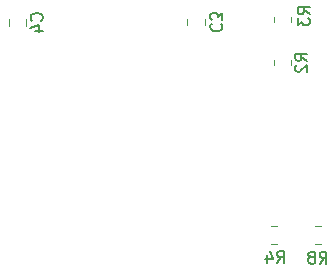
<source format=gbr>
%TF.GenerationSoftware,KiCad,Pcbnew,5.1.9+dfsg1-1*%
%TF.CreationDate,2021-05-21T09:37:11+02:00*%
%TF.ProjectId,vscp-din-m1-wireless-p1,76736370-2d64-4696-9e2d-6d312d776972,rev?*%
%TF.SameCoordinates,Original*%
%TF.FileFunction,Legend,Bot*%
%TF.FilePolarity,Positive*%
%FSLAX46Y46*%
G04 Gerber Fmt 4.6, Leading zero omitted, Abs format (unit mm)*
G04 Created by KiCad (PCBNEW 5.1.9+dfsg1-1) date 2021-05-21 09:37:11*
%MOMM*%
%LPD*%
G01*
G04 APERTURE LIST*
%ADD10C,0.120000*%
%ADD11C,0.150000*%
G04 APERTURE END LIST*
D10*
%TO.C,R8*%
X114657136Y-89917600D02*
X115111264Y-89917600D01*
X114657136Y-91387600D02*
X115111264Y-91387600D01*
%TO.C,R4*%
X111411652Y-91387600D02*
X110889148Y-91387600D01*
X111411652Y-89917600D02*
X110889148Y-89917600D01*
%TO.C,R3*%
X112596600Y-72188336D02*
X112596600Y-72642464D01*
X111126600Y-72188336D02*
X111126600Y-72642464D01*
%TO.C,R2*%
X111126600Y-76300064D02*
X111126600Y-75845936D01*
X112596600Y-76300064D02*
X112596600Y-75845936D01*
%TO.C,C4*%
X88698400Y-72930652D02*
X88698400Y-72408148D01*
X90168400Y-72930652D02*
X90168400Y-72408148D01*
%TO.C,C3*%
X103811400Y-72879852D02*
X103811400Y-72357348D01*
X105281400Y-72879852D02*
X105281400Y-72357348D01*
%TO.C,R8*%
D11*
X115025466Y-93086180D02*
X115358800Y-92609990D01*
X115596895Y-93086180D02*
X115596895Y-92086180D01*
X115215942Y-92086180D01*
X115120704Y-92133800D01*
X115073085Y-92181419D01*
X115025466Y-92276657D01*
X115025466Y-92419514D01*
X115073085Y-92514752D01*
X115120704Y-92562371D01*
X115215942Y-92609990D01*
X115596895Y-92609990D01*
X114454038Y-92514752D02*
X114549276Y-92467133D01*
X114596895Y-92419514D01*
X114644514Y-92324276D01*
X114644514Y-92276657D01*
X114596895Y-92181419D01*
X114549276Y-92133800D01*
X114454038Y-92086180D01*
X114263561Y-92086180D01*
X114168323Y-92133800D01*
X114120704Y-92181419D01*
X114073085Y-92276657D01*
X114073085Y-92324276D01*
X114120704Y-92419514D01*
X114168323Y-92467133D01*
X114263561Y-92514752D01*
X114454038Y-92514752D01*
X114549276Y-92562371D01*
X114596895Y-92609990D01*
X114644514Y-92705228D01*
X114644514Y-92895704D01*
X114596895Y-92990942D01*
X114549276Y-93038561D01*
X114454038Y-93086180D01*
X114263561Y-93086180D01*
X114168323Y-93038561D01*
X114120704Y-92990942D01*
X114073085Y-92895704D01*
X114073085Y-92705228D01*
X114120704Y-92609990D01*
X114168323Y-92562371D01*
X114263561Y-92514752D01*
%TO.C,R4*%
X111418666Y-93035380D02*
X111752000Y-92559190D01*
X111990095Y-93035380D02*
X111990095Y-92035380D01*
X111609142Y-92035380D01*
X111513904Y-92083000D01*
X111466285Y-92130619D01*
X111418666Y-92225857D01*
X111418666Y-92368714D01*
X111466285Y-92463952D01*
X111513904Y-92511571D01*
X111609142Y-92559190D01*
X111990095Y-92559190D01*
X110561523Y-92368714D02*
X110561523Y-93035380D01*
X110799619Y-91987761D02*
X111037714Y-92702047D01*
X110418666Y-92702047D01*
%TO.C,R3*%
X114168180Y-71969333D02*
X113691990Y-71636000D01*
X114168180Y-71397904D02*
X113168180Y-71397904D01*
X113168180Y-71778857D01*
X113215800Y-71874095D01*
X113263419Y-71921714D01*
X113358657Y-71969333D01*
X113501514Y-71969333D01*
X113596752Y-71921714D01*
X113644371Y-71874095D01*
X113691990Y-71778857D01*
X113691990Y-71397904D01*
X113168180Y-72302666D02*
X113168180Y-72921714D01*
X113549133Y-72588380D01*
X113549133Y-72731238D01*
X113596752Y-72826476D01*
X113644371Y-72874095D01*
X113739609Y-72921714D01*
X113977704Y-72921714D01*
X114072942Y-72874095D01*
X114120561Y-72826476D01*
X114168180Y-72731238D01*
X114168180Y-72445523D01*
X114120561Y-72350285D01*
X114072942Y-72302666D01*
%TO.C,R2*%
X113963980Y-75906333D02*
X113487790Y-75573000D01*
X113963980Y-75334904D02*
X112963980Y-75334904D01*
X112963980Y-75715857D01*
X113011600Y-75811095D01*
X113059219Y-75858714D01*
X113154457Y-75906333D01*
X113297314Y-75906333D01*
X113392552Y-75858714D01*
X113440171Y-75811095D01*
X113487790Y-75715857D01*
X113487790Y-75334904D01*
X113059219Y-76287285D02*
X113011600Y-76334904D01*
X112963980Y-76430142D01*
X112963980Y-76668238D01*
X113011600Y-76763476D01*
X113059219Y-76811095D01*
X113154457Y-76858714D01*
X113249695Y-76858714D01*
X113392552Y-76811095D01*
X113963980Y-76239666D01*
X113963980Y-76858714D01*
%TO.C,C4*%
X91470542Y-72502733D02*
X91518161Y-72455114D01*
X91565780Y-72312257D01*
X91565780Y-72217019D01*
X91518161Y-72074161D01*
X91422923Y-71978923D01*
X91327685Y-71931304D01*
X91137209Y-71883685D01*
X90994352Y-71883685D01*
X90803876Y-71931304D01*
X90708638Y-71978923D01*
X90613400Y-72074161D01*
X90565780Y-72217019D01*
X90565780Y-72312257D01*
X90613400Y-72455114D01*
X90661019Y-72502733D01*
X90899114Y-73359876D02*
X91565780Y-73359876D01*
X90518161Y-73121780D02*
X91232447Y-72883685D01*
X91232447Y-73502733D01*
%TO.C,C3*%
X105869257Y-72785266D02*
X105821638Y-72832885D01*
X105774019Y-72975742D01*
X105774019Y-73070980D01*
X105821638Y-73213838D01*
X105916876Y-73309076D01*
X106012114Y-73356695D01*
X106202590Y-73404314D01*
X106345447Y-73404314D01*
X106535923Y-73356695D01*
X106631161Y-73309076D01*
X106726400Y-73213838D01*
X106774019Y-73070980D01*
X106774019Y-72975742D01*
X106726400Y-72832885D01*
X106678780Y-72785266D01*
X106774019Y-72451933D02*
X106774019Y-71832885D01*
X106393066Y-72166219D01*
X106393066Y-72023361D01*
X106345447Y-71928123D01*
X106297828Y-71880504D01*
X106202590Y-71832885D01*
X105964495Y-71832885D01*
X105869257Y-71880504D01*
X105821638Y-71928123D01*
X105774019Y-72023361D01*
X105774019Y-72309076D01*
X105821638Y-72404314D01*
X105869257Y-72451933D01*
%TD*%
M02*

</source>
